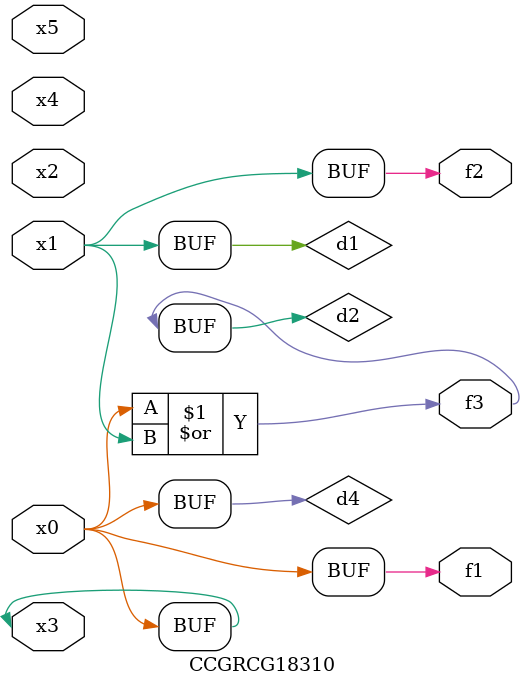
<source format=v>
module CCGRCG18310(
	input x0, x1, x2, x3, x4, x5,
	output f1, f2, f3
);

	wire d1, d2, d3, d4;

	and (d1, x1);
	or (d2, x0, x1);
	nand (d3, x0, x5);
	buf (d4, x0, x3);
	assign f1 = d4;
	assign f2 = d1;
	assign f3 = d2;
endmodule

</source>
